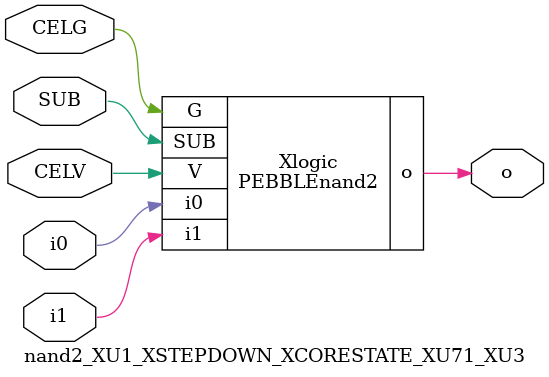
<source format=v>



module PEBBLEnand2 ( o, G, SUB, V, i0, i1 );

  input i0;
  input V;
  input i1;
  input G;
  output o;
  input SUB;
endmodule

//Celera Confidential Do Not Copy nand2_XU1_XSTEPDOWN_XCORESTATE_XU71_XU3
//Celera Confidential Symbol Generator
//5V NAND2
module nand2_XU1_XSTEPDOWN_XCORESTATE_XU71_XU3 (CELV,CELG,i0,i1,o,SUB);
input CELV;
input CELG;
input i0;
input i1;
input SUB;
output o;

//Celera Confidential Do Not Copy nand2
PEBBLEnand2 Xlogic(
.V (CELV),
.i0 (i0),
.i1 (i1),
.o (o),
.SUB (SUB),
.G (CELG)
);
//,diesize,PEBBLEnand2

//Celera Confidential Do Not Copy Module End
//Celera Schematic Generator
endmodule

</source>
